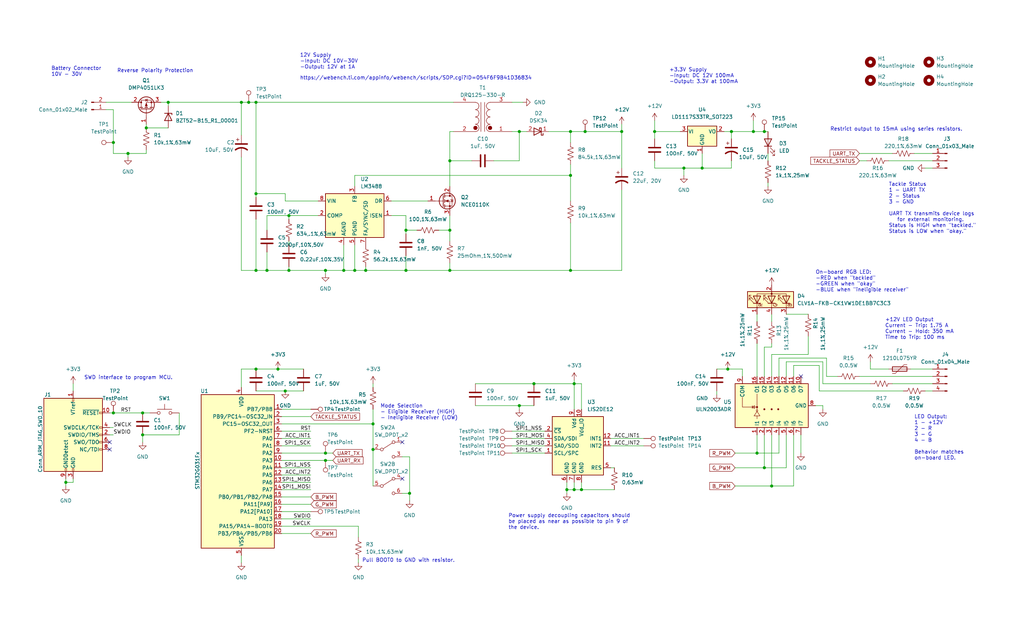
<source format=kicad_sch>
(kicad_sch (version 20211123) (generator eeschema)
  (paper "USLegal")
  (junction (at 39.37 49.53))
  (junction (at 49.53 143.51))
  (junction (at 199.39 170.18))
  (junction (at 252.73 128.27))
  (junction (at 119.38 93.98))
  (junction (at 243.84 58.42))
  (junction (at 196.85 170.18))
  (junction (at 49.53 151.13))
  (junction (at 201.93 170.18))
  (junction (at 142.24 171.45))
  (junction (at 127 93.98))
  (junction (at 88.9 128.27))
  (junction (at 180.34 140.97))
  (junction (at 261.62 45.72))
  (junction (at 215.9 45.72))
  (junction (at 199.39 133.35))
  (junction (at 88.9 93.98))
  (junction (at 227.33 45.72))
  (junction (at 39.37 143.51))
  (junction (at 262.89 157.48))
  (junction (at 22.86 167.64))
  (junction (at 198.12 93.98))
  (junction (at 265.43 162.56))
  (junction (at 254 45.72))
  (junction (at 96.52 128.27))
  (junction (at 88.9 67.31))
  (junction (at 44.45 53.34))
  (junction (at 129.54 147.32))
  (junction (at 123.19 93.98))
  (junction (at 83.82 35.56))
  (junction (at 237.49 58.42))
  (junction (at 86.36 35.56))
  (junction (at 113.03 157.48))
  (junction (at 140.97 93.98))
  (junction (at 180.34 45.72))
  (junction (at 140.97 80.01))
  (junction (at 198.12 60.96))
  (junction (at 88.9 35.56))
  (junction (at 198.12 45.72))
  (junction (at 92.71 93.98))
  (junction (at 113.03 93.98))
  (junction (at 185.42 133.35))
  (junction (at 58.42 35.56))
  (junction (at 99.06 135.89))
  (junction (at 267.97 168.91))
  (junction (at 203.2 45.72))
  (junction (at 156.21 93.98))
  (junction (at 129.54 156.21))
  (junction (at 156.21 55.88))
  (junction (at 100.33 93.98))
  (junction (at 265.43 45.72))
  (junction (at 100.33 74.93))
  (junction (at 156.21 80.01))
  (junction (at 50.8 44.45))
  (junction (at 113.03 160.02))
  (no_connect (at 278.13 130.81))
  (no_connect (at 38.1 156.21))
  (no_connect (at 38.1 153.67))
  (no_connect (at 139.7 153.67))
  (no_connect (at 139.7 166.37))
  (wire (pts (xy 119.38 93.98) (xy 119.38 85.09)))
  (wire (pts (xy 58.42 35.56) (xy 83.82 35.56)))
  (wire (pts (xy 22.86 167.64) (xy 22.86 168.91)))
  (wire (pts (xy 83.82 54.61) (xy 83.82 93.98)))
  (wire (pts (xy 248.92 135.89) (xy 248.92 137.16)))
  (wire (pts (xy 308.61 128.27) (xy 302.26 128.27)))
  (wire (pts (xy 39.37 143.51) (xy 49.53 143.51)))
  (wire (pts (xy 199.39 170.18) (xy 201.93 170.18)))
  (wire (pts (xy 185.42 133.35) (xy 199.39 133.35)))
  (wire (pts (xy 113.03 93.98) (xy 119.38 93.98)))
  (wire (pts (xy 270.51 124.46) (xy 287.02 124.46)))
  (wire (pts (xy 262.89 119.38) (xy 262.89 130.81)))
  (wire (pts (xy 270.51 157.48) (xy 270.51 151.13)))
  (wire (pts (xy 317.5 53.34) (xy 323.85 53.34)))
  (wire (pts (xy 152.4 80.01) (xy 156.21 80.01)))
  (wire (pts (xy 97.79 182.88) (xy 124.46 182.88)))
  (wire (pts (xy 140.97 93.98) (xy 127 93.98)))
  (wire (pts (xy 119.38 93.98) (xy 123.19 93.98)))
  (wire (pts (xy 180.34 140.97) (xy 185.42 140.97)))
  (wire (pts (xy 92.71 74.93) (xy 92.71 80.01)))
  (wire (pts (xy 100.33 92.71) (xy 100.33 93.98)))
  (wire (pts (xy 267.97 120.65) (xy 267.97 119.38)))
  (wire (pts (xy 124.46 182.88) (xy 124.46 186.69)))
  (wire (pts (xy 198.12 93.98) (xy 156.21 93.98)))
  (wire (pts (xy 323.85 58.42) (xy 321.31 58.42)))
  (wire (pts (xy 97.79 177.8) (xy 107.95 177.8)))
  (wire (pts (xy 323.85 130.81) (xy 298.45 130.81)))
  (wire (pts (xy 44.45 53.34) (xy 39.37 53.34)))
  (wire (pts (xy 110.49 74.93) (xy 100.33 74.93)))
  (wire (pts (xy 261.62 45.72) (xy 265.43 45.72)))
  (wire (pts (xy 265.43 45.72) (xy 266.7 45.72)))
  (wire (pts (xy 262.89 157.48) (xy 262.89 151.13)))
  (wire (pts (xy 83.82 193.04) (xy 83.82 195.58)))
  (wire (pts (xy 88.9 128.27) (xy 96.52 128.27)))
  (wire (pts (xy 88.9 35.56) (xy 88.9 67.31)))
  (wire (pts (xy 201.93 170.18) (xy 213.36 170.18)))
  (wire (pts (xy 227.33 45.72) (xy 227.33 41.91)))
  (wire (pts (xy 97.79 154.94) (xy 107.95 154.94)))
  (wire (pts (xy 140.97 93.98) (xy 156.21 93.98)))
  (wire (pts (xy 25.4 167.64) (xy 25.4 166.37)))
  (wire (pts (xy 97.79 157.48) (xy 113.03 157.48)))
  (wire (pts (xy 278.13 151.13) (xy 278.13 157.48)))
  (wire (pts (xy 198.12 45.72) (xy 198.12 49.53)))
  (wire (pts (xy 124.46 194.31) (xy 124.46 195.58)))
  (wire (pts (xy 129.54 133.35) (xy 129.54 134.62)))
  (wire (pts (xy 180.34 55.88) (xy 180.34 45.72)))
  (wire (pts (xy 285.75 140.97) (xy 285.75 142.24)))
  (wire (pts (xy 127 92.71) (xy 127 93.98)))
  (wire (pts (xy 273.05 109.22) (xy 280.67 109.22)))
  (wire (pts (xy 86.36 35.56) (xy 88.9 35.56)))
  (wire (pts (xy 215.9 66.04) (xy 215.9 93.98)))
  (wire (pts (xy 237.49 58.42) (xy 237.49 60.96)))
  (wire (pts (xy 135.89 74.93) (xy 140.97 74.93)))
  (wire (pts (xy 199.39 170.18) (xy 199.39 167.64)))
  (wire (pts (xy 254 48.26) (xy 254 45.72)))
  (wire (pts (xy 49.53 143.51) (xy 52.07 143.51)))
  (wire (pts (xy 201.93 170.18) (xy 201.93 167.64)))
  (wire (pts (xy 39.37 38.1) (xy 36.83 38.1)))
  (wire (pts (xy 36.83 35.56) (xy 45.72 35.56)))
  (wire (pts (xy 97.79 160.02) (xy 113.03 160.02)))
  (wire (pts (xy 180.34 45.72) (xy 182.88 45.72)))
  (wire (pts (xy 99.06 135.89) (xy 105.41 135.89)))
  (wire (pts (xy 49.53 151.13) (xy 49.53 153.67)))
  (wire (pts (xy 156.21 55.88) (xy 156.21 64.77)))
  (wire (pts (xy 156.21 80.01) (xy 156.21 83.82)))
  (wire (pts (xy 97.79 162.56) (xy 107.95 162.56)))
  (wire (pts (xy 113.03 160.02) (xy 115.57 160.02)))
  (wire (pts (xy 212.09 152.4) (xy 223.52 152.4)))
  (wire (pts (xy 83.82 35.56) (xy 86.36 35.56)))
  (wire (pts (xy 165.1 140.97) (xy 180.34 140.97)))
  (wire (pts (xy 22.86 166.37) (xy 22.86 167.64)))
  (wire (pts (xy 171.45 55.88) (xy 180.34 55.88)))
  (wire (pts (xy 88.9 67.31) (xy 88.9 68.58)))
  (wire (pts (xy 280.67 116.84) (xy 280.67 123.19)))
  (wire (pts (xy 38.1 148.59) (xy 39.37 148.59)))
  (wire (pts (xy 177.8 154.94) (xy 189.23 154.94)))
  (wire (pts (xy 262.89 157.48) (xy 270.51 157.48)))
  (wire (pts (xy 254 58.42) (xy 254 55.88)))
  (wire (pts (xy 127 93.98) (xy 123.19 93.98)))
  (wire (pts (xy 97.79 144.78) (xy 107.95 144.78)))
  (wire (pts (xy 255.27 168.91) (xy 267.97 168.91)))
  (wire (pts (xy 97.79 185.42) (xy 107.95 185.42)))
  (wire (pts (xy 100.33 83.82) (xy 100.33 85.09)))
  (wire (pts (xy 313.69 135.89) (xy 284.48 135.89)))
  (wire (pts (xy 265.43 120.65) (xy 267.97 120.65)))
  (wire (pts (xy 243.84 58.42) (xy 254 58.42)))
  (wire (pts (xy 227.33 45.72) (xy 227.33 48.26)))
  (wire (pts (xy 265.43 162.56) (xy 265.43 151.13)))
  (wire (pts (xy 38.1 143.51) (xy 39.37 143.51)))
  (wire (pts (xy 88.9 35.56) (xy 157.48 35.56)))
  (wire (pts (xy 323.85 133.35) (xy 309.88 133.35)))
  (wire (pts (xy 248.92 128.27) (xy 252.73 128.27)))
  (wire (pts (xy 196.85 170.18) (xy 196.85 171.45)))
  (wire (pts (xy 199.39 132.08) (xy 199.39 133.35)))
  (wire (pts (xy 196.85 167.64) (xy 196.85 170.18)))
  (wire (pts (xy 140.97 80.01) (xy 144.78 80.01)))
  (wire (pts (xy 302.26 133.35) (xy 285.75 133.35)))
  (wire (pts (xy 266.7 63.5) (xy 266.7 64.77)))
  (wire (pts (xy 203.2 45.72) (xy 215.9 45.72)))
  (wire (pts (xy 285.75 133.35) (xy 285.75 125.73)))
  (wire (pts (xy 39.37 53.34) (xy 39.37 49.53)))
  (wire (pts (xy 196.85 170.18) (xy 199.39 170.18)))
  (wire (pts (xy 180.34 140.97) (xy 180.34 142.24)))
  (wire (pts (xy 201.93 133.35) (xy 199.39 133.35)))
  (wire (pts (xy 38.1 151.13) (xy 39.37 151.13)))
  (wire (pts (xy 323.85 135.89) (xy 321.31 135.89)))
  (wire (pts (xy 267.97 168.91) (xy 267.97 151.13)))
  (wire (pts (xy 88.9 67.31) (xy 99.06 67.31)))
  (wire (pts (xy 177.8 152.4) (xy 189.23 152.4)))
  (wire (pts (xy 88.9 93.98) (xy 92.71 93.98)))
  (wire (pts (xy 265.43 120.65) (xy 265.43 130.81)))
  (wire (pts (xy 190.5 45.72) (xy 198.12 45.72)))
  (wire (pts (xy 227.33 58.42) (xy 227.33 55.88)))
  (wire (pts (xy 97.79 175.26) (xy 107.95 175.26)))
  (wire (pts (xy 298.45 53.34) (xy 309.88 53.34)))
  (wire (pts (xy 39.37 49.53) (xy 39.37 38.1)))
  (wire (pts (xy 284.48 127) (xy 275.59 127)))
  (wire (pts (xy 255.27 157.48) (xy 262.89 157.48)))
  (wire (pts (xy 97.79 180.34) (xy 107.95 180.34)))
  (wire (pts (xy 177.8 45.72) (xy 180.34 45.72)))
  (wire (pts (xy 97.79 165.1) (xy 107.95 165.1)))
  (wire (pts (xy 92.71 87.63) (xy 92.71 93.98)))
  (wire (pts (xy 97.79 172.72) (xy 107.95 172.72)))
  (wire (pts (xy 156.21 45.72) (xy 157.48 45.72)))
  (wire (pts (xy 265.43 162.56) (xy 273.05 162.56)))
  (wire (pts (xy 129.54 142.24) (xy 129.54 147.32)))
  (wire (pts (xy 88.9 128.27) (xy 83.82 128.27)))
  (wire (pts (xy 236.22 45.72) (xy 227.33 45.72)))
  (wire (pts (xy 287.02 130.81) (xy 290.83 130.81)))
  (wire (pts (xy 273.05 162.56) (xy 273.05 151.13)))
  (wire (pts (xy 177.8 157.48) (xy 189.23 157.48)))
  (wire (pts (xy 163.83 55.88) (xy 156.21 55.88)))
  (wire (pts (xy 113.03 93.98) (xy 113.03 95.25)))
  (wire (pts (xy 83.82 46.99) (xy 83.82 35.56)))
  (wire (pts (xy 88.9 76.2) (xy 88.9 93.98)))
  (wire (pts (xy 252.73 128.27) (xy 257.81 128.27)))
  (wire (pts (xy 139.7 171.45) (xy 142.24 171.45)))
  (wire (pts (xy 25.4 133.35) (xy 25.4 135.89)))
  (wire (pts (xy 83.82 128.27) (xy 83.82 134.62)))
  (wire (pts (xy 113.03 157.48) (xy 115.57 157.48)))
  (wire (pts (xy 123.19 60.96) (xy 123.19 64.77)))
  (wire (pts (xy 123.19 93.98) (xy 123.19 85.09)))
  (wire (pts (xy 62.23 143.51) (xy 62.23 151.13)))
  (wire (pts (xy 243.84 58.42) (xy 237.49 58.42)))
  (wire (pts (xy 198.12 60.96) (xy 123.19 60.96)))
  (wire (pts (xy 198.12 77.47) (xy 198.12 93.98)))
  (wire (pts (xy 156.21 55.88) (xy 156.21 45.72)))
  (wire (pts (xy 261.62 45.72) (xy 261.62 41.91)))
  (wire (pts (xy 50.8 53.34) (xy 44.45 53.34)))
  (wire (pts (xy 267.97 123.19) (xy 267.97 130.81)))
  (wire (pts (xy 140.97 80.01) (xy 140.97 81.28)))
  (wire (pts (xy 257.81 128.27) (xy 257.81 130.81)))
  (wire (pts (xy 140.97 74.93) (xy 140.97 80.01)))
  (wire (pts (xy 298.45 55.88) (xy 300.99 55.88)))
  (wire (pts (xy 267.97 123.19) (xy 280.67 123.19)))
  (wire (pts (xy 100.33 74.93) (xy 100.33 76.2)))
  (wire (pts (xy 177.8 35.56) (xy 181.61 35.56)))
  (wire (pts (xy 156.21 74.93) (xy 156.21 80.01)))
  (wire (pts (xy 266.7 53.34) (xy 266.7 55.88)))
  (wire (pts (xy 198.12 57.15) (xy 198.12 60.96)))
  (wire (pts (xy 55.88 35.56) (xy 58.42 35.56)))
  (wire (pts (xy 212.09 154.94) (xy 223.52 154.94)))
  (wire (pts (xy 88.9 135.89) (xy 99.06 135.89)))
  (wire (pts (xy 243.84 53.34) (xy 243.84 58.42)))
  (wire (pts (xy 99.06 69.85) (xy 110.49 69.85)))
  (wire (pts (xy 267.97 109.22) (xy 267.97 111.76)))
  (wire (pts (xy 96.52 128.27) (xy 105.41 128.27)))
  (wire (pts (xy 100.33 93.98) (xy 113.03 93.98)))
  (wire (pts (xy 97.79 152.4) (xy 107.95 152.4)))
  (wire (pts (xy 97.79 170.18) (xy 107.95 170.18)))
  (wire (pts (xy 97.79 167.64) (xy 107.95 167.64)))
  (wire (pts (xy 201.93 142.24) (xy 201.93 133.35)))
  (wire (pts (xy 142.24 158.75) (xy 142.24 171.45)))
  (wire (pts (xy 50.8 43.18) (xy 50.8 44.45)))
  (wire (pts (xy 99.06 67.31) (xy 99.06 69.85)))
  (wire (pts (xy 50.8 52.07) (xy 50.8 53.34)))
  (wire (pts (xy 92.71 93.98) (xy 100.33 93.98)))
  (wire (pts (xy 165.1 133.35) (xy 185.42 133.35)))
  (wire (pts (xy 135.89 69.85) (xy 148.59 69.85)))
  (wire (pts (xy 255.27 162.56) (xy 265.43 162.56)))
  (wire (pts (xy 199.39 133.35) (xy 199.39 142.24)))
  (wire (pts (xy 302.26 128.27) (xy 302.26 125.73)))
  (wire (pts (xy 129.54 156.21) (xy 129.54 168.91)))
  (wire (pts (xy 215.9 43.18) (xy 215.9 45.72)))
  (wire (pts (xy 140.97 88.9) (xy 140.97 93.98)))
  (wire (pts (xy 215.9 58.42) (xy 215.9 45.72)))
  (wire (pts (xy 62.23 151.13) (xy 49.53 151.13)))
  (wire (pts (xy 156.21 91.44) (xy 156.21 93.98)))
  (wire (pts (xy 22.86 167.64) (xy 25.4 167.64)))
  (wire (pts (xy 88.9 93.98) (xy 83.82 93.98)))
  (wire (pts (xy 254 45.72) (xy 261.62 45.72)))
  (wire (pts (xy 283.21 140.97) (xy 285.75 140.97)))
  (wire (pts (xy 58.42 35.56) (xy 58.42 36.83)))
  (wire (pts (xy 50.8 44.45) (xy 58.42 44.45)))
  (wire (pts (xy 97.79 147.32) (xy 129.54 147.32)))
  (wire (pts (xy 97.79 149.86) (xy 107.95 149.86)))
  (wire (pts (xy 215.9 93.98) (xy 198.12 93.98)))
  (wire (pts (xy 285.75 125.73) (xy 273.05 125.73)))
  (wire (pts (xy 100.33 74.93) (xy 92.71 74.93)))
  (wire (pts (xy 275.59 127) (xy 275.59 130.81)))
  (wire (pts (xy 270.51 124.46) (xy 270.51 130.81)))
  (wire (pts (xy 275.59 168.91) (xy 275.59 151.13)))
  (wire (pts (xy 198.12 60.96) (xy 198.12 69.85)))
  (wire (pts (xy 129.54 147.32) (xy 129.54 156.21)))
  (wire (pts (xy 139.7 158.75) (xy 142.24 158.75)))
  (wire (pts (xy 262.89 109.22) (xy 262.89 111.76)))
  (wire (pts (xy 316.23 128.27) (xy 323.85 128.27)))
  (wire (pts (xy 254 45.72) (xy 251.46 45.72)))
  (wire (pts (xy 287.02 124.46) (xy 287.02 130.81)))
  (wire (pts (xy 227.33 58.42) (xy 237.49 58.42)))
  (wire (pts (xy 44.45 53.34) (xy 44.45 54.61)))
  (wire (pts (xy 203.2 45.72) (xy 198.12 45.72)))
  (wire (pts (xy 267.97 168.91) (xy 275.59 168.91)))
  (wire (pts (xy 97.79 142.24) (xy 107.95 142.24)))
  (wire (pts (xy 212.09 162.56) (xy 213.36 162.56)))
  (wire (pts (xy 308.61 55.88) (xy 323.85 55.88)))
  (wire (pts (xy 177.8 149.86) (xy 189.23 149.86)))
  (wire (pts (xy 273.05 125.73) (xy 273.05 130.81)))
  (wire (pts (xy 284.48 135.89) (xy 284.48 127)))
  (wire (pts (xy 142.24 171.45) (xy 142.24 173.99)))
  (text "Mode Selection\n- Eligible Receiver (HIGH)\n- Ineligible Receiver (LOW)" (at 132.08 146.05 0) (effects (font (size 1.27 1.27)) (justify left bottom)))
  (text "12V Supply\n-Input: DC 10V-30V\n-Output: 12V at 1A" (at 104.14 24.13 0) (effects (font (size 1.27 1.27)) (justify left bottom)))
  (text "+12V LED Output\nCurrent - Trip: 1.75 A\nCurrent - Hold: 350 mA\nTime to Trip: 100 ms" (at 307.34 118.11 0) (effects (font (size 1.27 1.27)) (justify left bottom)))
  (text "On-board RGB LED:\n-RED when \"tackled\"\n-GREEN when \"okay\"\n-BLUE when \"ineligible receiver\"" (at 283.21 101.6 0) (effects (font (size 1.27 1.27)) (justify left bottom)))
  (text "+3.3V Supply\n-Input: DC 12V 100mA\n-Output: 3.3V at 100mA" (at 232.41 29.21 0) (effects (font (size 1.27 1.27)) (justify left bottom)))
  (text "Tackle Status\n1 - UART TX\n2 - Status\n3 - GND\n\nUART TX transmits device logs \n   for external monitoring.\nStatus is HIGH when \"tackled.\"\nStatus is LOW when \"okay.\"" (at 308.61 81.28 0) (effects (font (size 1.27 1.27)) (justify left bottom)))
  (text "LED Output:\n1 - +12V\n2 - R\n3 - G\n4 - B\n\nBehavior matches \non-board LED." (at 317.5 160.02 0) (effects (font (size 1.27 1.27)) (justify left bottom)))
  (text "Pull BOOT0 to GND with resistor." (at 125.73 195.58 0) (effects (font (size 1.27 1.27)) (justify left bottom)))
  (text "Battery Connector\n10V - 30V" (at 17.78 26.67 0) (effects (font (size 1.27 1.27)) (justify left bottom)))
  (text "SWD interface to program MCU." (at 29.21 132.08 0) (effects (font (size 1.27 1.27)) (justify left bottom)))
  (text "Restrict output to 15mA using series resistors." (at 288.29 45.72 0) (effects (font (size 1.27 1.27)) (justify left bottom)))
  (text "Reverse Polarity Protection" (at 40.64 25.4 0) (effects (font (size 1.27 1.27)) (justify left bottom)))
  (text "https://webench.ti.com/appinfo/webench/scripts/SDP.cgi?ID=054F6F9B41D36834" (at 104.14 27.94 0) (effects (font (size 1.27 1.27)) (justify left bottom)))
  (text "Power supply decoupling capacitors should\nbe placed as near as possible to pin 9 of\nthe device." (at 176.53 184.15 0) (effects (font (size 1.27 1.27)) (justify left bottom)))
  (label "SPI1_SCK" (at 179.07 157.48 0))
  (label "SPI1_SCK" (at 107.95 154.94 180))
  (label "SWDIO" (at 107.95 180.34 180))
  (label "SWCLK" (at 107.95 182.88 180))
  (label "ACC_INT2" (at 107.95 165.1 180))
  (label "SWDIO" (at 39.37 151.13 0))
  (label "ACC_INT2" (at 222.25 154.94 180))
  (label "SPI1_MOSI" (at 107.95 170.18 180))
  (label "ACC_INT1" (at 107.95 152.4 180))
  (label "SPI1_NSS" (at 107.95 162.56 180))
  (label "RST" (at 41.91 143.51 0))
  (label "SPI1_MOSI" (at 179.07 152.4 0))
  (label "SPI1_MISO" (at 107.95 167.64 180))
  (label "ACC_INT1" (at 222.25 152.4 180))
  (label "SPI1_MISO" (at 179.07 154.94 0))
  (label "RST" (at 107.95 149.86 180))
  (label "SPI1_NSS" (at 179.07 149.86 0))
  (label "SWCLK" (at 39.37 148.59 0))
  (global_label "TACKLE_STATUS" (shape input) (at 107.95 144.78 0) (property "Intersheet References" "${INTERSHEET_REFS}" (effects hide)))
  (global_label "G_PWM" (shape input) (at 255.27 162.56 180) (property "Intersheet References" "${INTERSHEET_REFS}" (effects hide)))
  (global_label "UART_RX" (shape input) (at 115.57 160.02 0) (property "Intersheet References" "${INTERSHEET_REFS}" (effects hide)))
  (global_label "B_PWM" (shape input) (at 255.27 168.91 180) (property "Intersheet References" "${INTERSHEET_REFS}" (effects hide)))
  (global_label "B_PWM" (shape input) (at 107.95 172.72 0) (property "Intersheet References" "${INTERSHEET_REFS}" (effects hide)))
  (global_label "TACKLE_STATUS" (shape input) (at 298.45 55.88 180) (property "Intersheet References" "${INTERSHEET_REFS}" (effects hide)))
  (global_label "R_PWM" (shape input) (at 255.27 157.48 180) (property "Intersheet References" "${INTERSHEET_REFS}" (effects hide)))
  (global_label "R_PWM" (shape input) (at 107.95 185.42 0) (property "Intersheet References" "${INTERSHEET_REFS}" (effects hide)))
  (global_label "G_PWM" (shape input) (at 107.95 175.26 0) (property "Intersheet References" "${INTERSHEET_REFS}" (effects hide)))
  (global_label "UART_TX" (shape input) (at 298.45 53.34 180) (property "Intersheet References" "${INTERSHEET_REFS}" (effects hide)))
  (global_label "UART_TX" (shape input) (at 115.57 157.48 0) (property "Intersheet References" "${INTERSHEET_REFS}" (effects hide)))
  (symbol (lib_id "Device:C") (at 88.9 72.39 0) (unit 1)
    (property "Reference" "C3" (at 92.71 71.1199 0) (effects (justify left)))
    (property "Value" "100nF, 50V" (at 92.71 73.6599 0) (effects (justify left)))
    (property "Footprint" "Capacitor_SMD:C_0805_2012Metric" (effects hide))
    (property "Datasheet" "https://www.yageo.com/upload/media/product/productsearch/datasheet/mlcc/UPY-GPHC_X7R_6.3V-to-50V_20.pdf" (effects hide))
    (property "MPN" "CC0805KRX7R9BB104" (effects hide))
    (property "JLCPN" "C49678" (effects hide))
  )
  (symbol (lib_id "rfc_symbol_lib:LM3488") (at 123.19 74.93 0) (unit 1)
    (property "Reference" "U2" (at 125.2094 62.23 0) (effects (justify left)))
    (property "Value" "LM3488" (at 125.2094 64.77 0) (effects (justify left)))
    (property "Footprint" "Package_SO:VSSOP-8_3.0x3.0mm_P0.65mm" (effects hide))
    (property "Datasheet" "https://www.ti.com/lit/ds/symlink/lm3488.pdf?ts=1649538852299" (effects hide))
    (property "MPN" "LM3488MM/NOPB" (effects hide))
    (property "JLCPN" "C80773" (effects hide))
  )
  (symbol (lib_id "Device:R_US") (at 156.21 87.63 0) (unit 1)
    (property "Reference" "R7" (at 158.75 86.3599 0) (effects (justify left)))
    (property "Value" "25mOhm,1%,500mW" (at 158.75 88.8999 0) (effects (justify left)))
    (property "Footprint" "Resistor_SMD:R_1206_3216Metric" (effects hide))
    (property "Datasheet" "https://datasheet.lcsc.com/lcsc/1810092051_TA-I-Tech-RL12FTNR200_C160920.pdf" (effects hide))
    (property "MPN" "RL12FTNR200" (effects hide))
    (property "JLCPN" "C160920" (effects hide))
  )
  (symbol (lib_id "Device:R_US") (at 294.64 130.81 270) (unit 1)
    (property "Reference" "R15" (at 294.64 124.46 90))
    (property "Value" "0,0.5W" (at 294.64 127 90))
    (property "Footprint" "Resistor_SMD:R_1210_3225Metric" (effects hide))
    (property "Datasheet" "https://datasheet.lcsc.com/lcsc/2205311816_UNI-ROYAL-Uniroyal-Elec-1210W2F1000T5E_C620661.pdf" (effects hide))
    (property "MPN" "1210W2F1000T5E" (effects hide))
    (property "JLCPN" " C620661" (effects hide))
  )
  (symbol (lib_id "Connector:TestPoint") (at 223.52 152.4 270) (unit 1)
    (property "Reference" "TP13" (at 238.76 152.4 90) (effects (justify left)))
    (property "Value" "TestPoint" (at 228.6 152.4 90) (effects (justify left)))
    (property "Footprint" "TestPoint:TestPoint_Pad_D1.0mm" (effects hide))
  )
  (symbol (lib_id "Connector:Conn_01x03_Male") (at 328.93 55.88 0) (mirror y) (unit 1)
    (property "Reference" "J3" (at 327.66 48.26 0) (effects (justify right)))
    (property "Value" "Conn_01x03_Male" (at 321.31 50.8 0) (effects (justify right)))
    (property "Footprint" "Connector_JST:JST_XH_B3B-XH-A_1x03_P2.50mm_Vertical" (effects hide))
    (property "MPN" "B3B-XH-A(LF)(SN)" (effects hide))
    (property "JLCPN" "C144394" (effects hide))
  )
  (symbol (lib_id "power:GND") (at 49.53 153.67 0) (unit 1)
    (property "Reference" "#PWR04" (effects hide))
    (property "Value" "GND" (at 49.53 158.75 0))
  )
  (symbol (lib_id "power:GND") (at 22.86 168.91 0) (unit 1)
    (property "Reference" "#PWR01" (effects hide))
    (property "Value" "GND" (at 22.86 173.99 0))
  )
  (symbol (lib_id "Connector:TestPoint") (at 265.43 45.72 0) (unit 1)
    (property "Reference" "TP15" (at 267.97 41.1479 0) (effects (justify left)))
    (property "Value" "TestPoint" (at 267.97 43.6879 0) (effects (justify left)))
    (property "Footprint" "TestPoint:TestPoint_Pad_D1.5mm" (effects hide))
  )
  (symbol (lib_id "Device:R_US") (at 50.8 48.26 0) (unit 1)
    (property "Reference" "R1" (at 53.34 46.9899 0) (effects (justify left)))
    (property "Value" "10k,1%,63mW" (at 53.34 49.5299 0) (effects (justify left)))
    (property "Footprint" "Resistor_SMD:R_0402_1005Metric" (effects hide))
    (property "Datasheet" "https://datasheet.lcsc.com/lcsc/2206010100_UNI-ROYAL-Uniroyal-Elec-0402WGF1002TCE_C25744.pdf" (effects hide))
    (property "JLCPN" " C25744" (effects hide))
    (property "MPN" "0402WGF1002TCE" (effects hide))
  )
  (symbol (lib_id "Device:C") (at 140.97 85.09 0) (unit 1)
    (property "Reference" "C8" (at 144.78 83.8199 0) (effects (justify left)))
    (property "Value" "1nF, 50V" (at 144.78 86.3599 0) (effects (justify left)))
    (property "Footprint" "Capacitor_SMD:C_0402_1005Metric" (effects hide))
    (property "Datasheet" "https://datasheet.lcsc.com/lcsc/1809291524_FH-Guangdong-Fenghua-Advanced-Tech-0402B102K500NT_C1523.pdf" (effects hide))
    (property "MPN" "0402B102K500NT" (effects hide))
    (property "JLCPN" " C1523" (effects hide))
  )
  (symbol (lib_id "Connector:TestPoint") (at 177.8 154.94 90) (unit 1)
    (property "Reference" "TP10" (at 171.45 154.94 90))
    (property "Value" "TestPoint" (at 163.83 154.94 90))
    (property "Footprint" "TestPoint:TestPoint_Pad_D1.0mm" (effects hide))
  )
  (symbol (lib_id "power:GND") (at 285.75 142.24 0) (unit 1)
    (property "Reference" "#PWR025" (effects hide))
    (property "Value" "GND" (at 285.75 147.32 0))
  )
  (symbol (lib_id "Sensor_Motion:LIS2DE12") (at 199.39 154.94 0) (unit 1)
    (property "Reference" "U3" (at 203.9494 139.7 0) (effects (justify left)))
    (property "Value" "LIS2DE12" (at 203.9494 142.24 0) (effects (justify left)))
    (property "Footprint" "Package_LGA:LGA-12_2x2mm_P0.5mm" (effects hide))
    (property "Datasheet" "https://www.st.com/resource/en/datasheet/lis2DE12.pdf" (effects hide))
    (property "MPN" "LIS2DE12TR" (effects hide))
    (property "JLCPN" "C155639" (effects hide))
  )
  (symbol (lib_id "Device:R_US") (at 129.54 138.43 0) (unit 1)
    (property "Reference" "R5" (at 124.46 137.16 0) (effects (justify left)))
    (property "Value" "10k,1%,63mW" (at 114.3 139.7 0) (effects (justify left)))
    (property "Footprint" "Resistor_SMD:R_0402_1005Metric" (effects hide))
    (property "Datasheet" "https://datasheet.lcsc.com/lcsc/2206010100_UNI-ROYAL-Uniroyal-Elec-0402WGF1002TCE_C25744.pdf" (effects hide))
    (property "JLCPN" " C25744" (effects hide))
    (property "MPN" "0402WGF1002TCE" (effects hide))
  )
  (symbol (lib_id "power:+12V") (at 252.73 128.27 0) (unit 1)
    (property "Reference" "#PWR020" (effects hide))
    (property "Value" "+12V" (at 252.73 123.19 0))
  )
  (symbol (lib_id "Device:R_US") (at 198.12 73.66 0) (unit 1)
    (property "Reference" "R9" (at 200.66 72.3899 0) (effects (justify left)))
    (property "Value" "10k,1%,63mW" (at 200.66 74.9299 0) (effects (justify left)))
    (property "Footprint" "Resistor_SMD:R_0402_1005Metric" (effects hide))
    (property "Datasheet" "https://datasheet.lcsc.com/lcsc/2206010100_UNI-ROYAL-Uniroyal-Elec-0402WGF1002TCE_C25744.pdf" (effects hide))
    (property "JLCPN" " C25744" (effects hide))
    (property "MPN" "0402WGF1002TCE" (effects hide))
  )
  (symbol (lib_id "power:+12V") (at 215.9 43.18 0) (unit 1)
    (property "Reference" "#PWR016" (effects hide))
    (property "Value" "+12V" (at 215.9 38.1 0))
  )
  (symbol (lib_id "Device:LED") (at 266.7 49.53 90) (unit 1)
    (property "Reference" "D3" (at 270.51 49.8474 90) (effects (justify right)))
    (property "Value" "LED" (at 270.51 52.3874 90) (effects (justify right)))
    (property "Footprint" "LED_SMD:LED_0603_1608Metric" (effects hide))
    (property "Datasheet" "https://datasheet.lcsc.com/lcsc/1810101813_Everlight-Elec-19-213-Y2C-CQ2R2L-3T-CY_C72038.pdf" (effects hide))
    (property "MPN" "19-213/Y2C-CQ2R2L/3T(CY)" (effects hide))
    (property "JLCPN" "C72038" (effects hide))
  )
  (symbol (lib_id "Connector:TestPoint") (at 107.95 177.8 270) (unit 1)
    (property "Reference" "TP5" (at 114.3 177.8 90))
    (property "Value" "TestPoint" (at 120.65 177.8 90))
    (property "Footprint" "TestPoint:TestPoint_Pad_D1.0mm" (effects hide))
  )
  (symbol (lib_id "rfc_symbol_lib:CLV1A-FKB-CK1VW1DE1BB7C3C3") (at 267.97 104.14 90) (unit 1)
    (property "Reference" "D4" (at 276.86 102.8699 90) (effects (justify right)))
    (property "Value" "CLV1A-FKB-CK1VW1DE1BB7C3C3" (at 276.86 105.4099 90) (effects (justify right)))
    (property "Footprint" "LED_SMD:LED_Cree-PLCC4_3.2x2.8mm_CCW" (effects hide))
    (property "Datasheet" "https://cree-led.com/media/documents/ds-CLV1A-FKB.pdf" (effects hide))
  )
  (symbol (lib_id "rfc_symbol_lib:DMP4051LK3") (at 50.8 38.1 90) (unit 1)
    (property "Reference" "Q1" (at 50.8 27.94 90))
    (property "Value" "DMP4051LK3" (at 50.8 30.48 90))
    (property "Footprint" "Package_TO_SOT_SMD:TO-252-2" (effects hide))
    (property "Datasheet" "https://www.diodes.com/assets/Datasheets/DMP4051LK3.pdf" (effects hide))
    (property "MPN" "DMP4051LK3-13" (effects hide))
    (property "JLCPN" "C397952" (effects hide))
  )
  (symbol (lib_id "Device:R_US") (at 127 88.9 0) (unit 1)
    (property "Reference" "R4" (at 129.54 87.6299 0) (effects (justify left)))
    (property "Value" "56.2k,1%,63mW" (at 129.54 90.1699 0) (effects (justify left)))
    (property "Footprint" "Resistor_SMD:R_0402_1005Metric" (effects hide))
    (property "Datasheet" "https://datasheet.lcsc.com/lcsc/2205312345_UNI-ROYAL-Uniroyal-Elec-0402WGF5622TCE_C54968.pdf" (effects hide))
    (property "MPN" " 0402WGF5622TCE" (effects hide))
    (property "JLCPN" "C54968" (effects hide))
  )
  (symbol (lib_id "Connector:TestPoint") (at 107.95 142.24 270) (unit 1)
    (property "Reference" "TP4" (at 114.3 142.24 90))
    (property "Value" "TestPoint" (at 120.65 142.24 90))
    (property "Footprint" "TestPoint:TestPoint_Pad_D1.0mm" (effects hide))
  )
  (symbol (lib_id "power:GND") (at 83.82 195.58 0) (unit 1)
    (property "Reference" "#PWR05" (effects hide))
    (property "Value" "GND" (at 83.82 200.66 0))
  )
  (symbol (lib_id "Mechanical:MountingHole") (at 302.26 27.94 0) (unit 1)
    (property "Reference" "H2" (at 304.8 26.6699 0) (effects (justify left)))
    (property "Value" "MountingHole" (at 304.8 29.2099 0) (effects (justify left)))
    (property "Footprint" "MountingHole:MountingHole_3.2mm_M3" (effects hide))
  )
  (symbol (lib_id "Device:C") (at 100.33 88.9 0) (unit 1)
    (property "Reference" "C6" (at 104.14 87.6299 0) (effects (justify left)))
    (property "Value" "0.22uF,10%,35V" (at 104.14 90.1699 0) (effects (justify left)))
    (property "Footprint" "Capacitor_SMD:C_0402_1005Metric" (effects hide))
    (property "Datasheet" "https://datasheet.lcsc.com/lcsc/2010171735_TDK-CGA2B1X7R1V224KT000F_C694490.pdf" (effects hide))
    (property "MPN" "CGA2B1X7R1V224KT000F" (effects hide))
    (property "JLCPN" "C694490" (effects hide))
  )
  (symbol (lib_id "power:GND") (at 266.7 64.77 0) (unit 1)
    (property "Reference" "#PWR022" (effects hide))
    (property "Value" "GND" (at 266.7 69.85 0))
  )
  (symbol (lib_id "rfc_symbol_lib:CSD19538Q3A") (at 153.67 69.85 0) (unit 1)
    (property "Reference" "Q2" (at 160.02 68.5799 0) (effects (justify left)))
    (property "Value" "NCE0110K" (at 160.02 71.1199 0) (effects (justify left)))
    (property "Footprint" "Package_TO_SOT_SMD:TO-252-2" (effects hide))
    (property "Datasheet" "https://datasheet.lcsc.com/lcsc/1810251611_Wuxi-NCE-Power-Semiconductor-NCE0110K_C95272.pdf" (effects hide))
    (property "JLCPN" "C95272" (effects hide))
    (property "MPN" "NCE0110K" (effects hide))
  )
  (symbol (lib_id "Device:R_US") (at 198.12 53.34 0) (unit 1)
    (property "Reference" "R8" (at 200.66 52.0699 0) (effects (justify left)))
    (property "Value" "84.5k,1%,63mW" (at 200.66 54.6099 0) (effects (justify left)))
    (property "Footprint" "Resistor_SMD:R_0402_1005Metric" (effects hide))
    (property "Datasheet" "https://datasheet.lcsc.com/lcsc/1811131732_LIZ-Elec-CR0402FF8452G_C100545.pdf" (effects hide))
    (property "MPN" "CR0402FF8452G" (effects hide))
    (property "JLCPN" "C100545" (effects hide))
  )
  (symbol (lib_id "Device:C") (at 167.64 55.88 270) (unit 1)
    (property "Reference" "C10" (at 167.64 48.26 90))
    (property "Value" "1uF, 50V" (at 167.64 50.8 90))
    (property "Footprint" "Capacitor_SMD:C_0603_1608Metric" (effects hide))
    (property "Datasheet" "https://datasheet.lcsc.com/lcsc/1811111513_FH-Guangdong-Fenghua-Advanced-Tech-0603B105K500NT_C90540.pdf" (effects hide))
    (property "MPN" " 0603B105K500NT" (effects hide))
    (property "JLCPN" "C90540" (effects hide))
  )
  (symbol (lib_id "Device:C") (at 49.53 147.32 0) (unit 1)
    (property "Reference" "C1" (at 53.34 146.0499 0) (effects (justify left)))
    (property "Value" "100nF, 50V" (at 53.34 148.5899 0) (effects (justify left)))
    (property "Footprint" "Capacitor_SMD:C_0805_2012Metric" (effects hide))
    (property "Datasheet" "https://www.yageo.com/upload/media/product/productsearch/datasheet/mlcc/UPY-GPHC_X7R_6.3V-to-50V_20.pdf" (effects hide))
    (property "MPN" "CC0805KRX7R9BB104" (effects hide))
    (property "JLCPN" "C49678" (effects hide))
  )
  (symbol (lib_id "Connector:TestPoint") (at 177.8 152.4 90) (unit 1)
    (property "Reference" "TP9" (at 171.45 152.4 90))
    (property "Value" "TestPoint" (at 163.83 152.4 90))
    (property "Footprint" "TestPoint:TestPoint_Pad_D1.0mm" (effects hide))
  )
  (symbol (lib_id "Connector:TestPoint") (at 39.37 49.53 90) (unit 1)
    (property "Reference" "TP1" (at 36.068 43.18 90))
    (property "Value" "TestPoint" (at 36.068 45.72 90))
    (property "Footprint" "TestPoint:TestPoint_Pad_D1.5mm" (effects hide))
  )
  (symbol (lib_id "power:+3.3V") (at 261.62 41.91 0) (unit 1)
    (property "Reference" "#PWR021" (effects hide))
    (property "Value" "+3.3V" (at 261.62 36.83 0))
  )
  (symbol (lib_id "power:GND") (at 113.03 95.25 0) (unit 1)
    (property "Reference" "#PWR08" (effects hide))
    (property "Value" "GND" (at 113.03 100.33 0))
  )
  (symbol (lib_id "power:GND") (at 180.34 142.24 0) (unit 1)
    (property "Reference" "#PWR012" (effects hide))
    (property "Value" "GND" (at 180.34 147.32 0))
  )
  (symbol (lib_id "Device:C") (at 88.9 132.08 0) (unit 1)
    (property "Reference" "C4" (at 92.71 130.8099 0) (effects (justify left)))
    (property "Value" "100nF, 50V" (at 92.71 133.3499 0) (effects (justify left)))
    (property "Footprint" "Capacitor_SMD:C_0805_2012Metric" (effects hide))
    (property "Datasheet" "https://www.yageo.com/upload/media/product/productsearch/datasheet/mlcc/UPY-GPHC_X7R_6.3V-to-50V_20.pdf" (effects hide))
    (property "MPN" "CC0805KRX7R9BB104" (effects hide))
    (property "JLCPN" "C49678" (effects hide))
  )
  (symbol (lib_id "Switch:SW_DPDT_x2") (at 134.62 168.91 0) (unit 2)
    (property "Reference" "SW2" (at 134.62 161.29 0))
    (property "Value" "SW_DPDT_x2" (at 135.89 163.83 0))
    (property "Footprint" "rfc_footprint_lib:SS-3235S-L3" (effects hide))
    (property "Datasheet" "https://datasheet.lcsc.com/lcsc/2002271744_XKB-Connectivity-SS-3235S-L3_C381098.pdf" (effects hide))
  )
  (symbol (lib_id "Device:R_US") (at 280.67 113.03 0) (unit 1)
    (property "Reference" "R14" (at 283.21 114.3 90) (effects (justify left)))
    (property "Value" "1k,1%,25mW" (at 285.75 121.92 90) (effects (justify left)))
    (property "Footprint" "Resistor_SMD:R_0603_1608Metric" (effects hide))
    (property "Datasheet" "https://datasheet.lcsc.com/lcsc/2206010130_UNI-ROYAL-Uniroyal-Elec-0603WAF1001T5E_C21190.pdf" (effects hide))
    (property "MPN" "0603WAF1001T5E" (effects hide))
    (property "JLCPN" " C21190" (effects hide))
  )
  (symbol (lib_id "power:GND") (at 196.85 171.45 0) (unit 1)
    (property "Reference" "#PWR014" (effects hide))
    (property "Value" "GND" (at 196.85 176.53 0))
  )
  (symbol (lib_id "Device:C_Polarized_US") (at 215.9 62.23 0) (unit 1)
    (property "Reference" "C12" (at 219.71 60.3249 0) (effects (justify left)))
    (property "Value" "22uF, 20V" (at 219.71 62.8649 0) (effects (justify left)))
    (property "Footprint" "Capacitor_SMD:CP_Elec_6.3x5.9" (effects hide))
    (property "Datasheet" "https://industrial.panasonic.com/ww/products/pt/os-con/models/20SVP22M" (effects hide))
    (property "MPN" "20SVP22M" (effects hide))
    (property "JLCPN" " C215761" (effects hide))
  )
  (symbol (lib_id "power:GND") (at 142.24 173.99 0) (unit 1)
    (property "Reference" "#PWR011" (effects hide))
    (property "Value" "GND" (at 142.24 179.07 0))
  )
  (symbol (lib_id "Connector:Conn_01x02_Male") (at 31.75 38.1 0) (mirror x) (unit 1)
    (property "Reference" "J2" (at 30.48 35.5599 0) (effects (justify right)))
    (property "Value" "Conn_01x02_Male" (at 30.48 38.0999 0) (effects (justify right)))
    (property "Footprint" "Connector_JST:JST_XH_B2B-XH-A_1x02_P2.50mm_Vertical" (effects hide))
    (property "MPN" "B2B-XH-A(LF)(SN)" (effects hide))
    (property "JLCPN" "C158012" (effects hide))
  )
  (symbol (lib_id "Device:R_US") (at 148.59 80.01 90) (unit 1)
    (property "Reference" "R6" (at 148.59 73.66 90))
    (property "Value" "100,1%,63mW" (at 148.59 76.2 90))
    (property "Footprint" "Resistor_SMD:R_0402_1005Metric" (effects hide))
    (property "Datasheet" "https://datasheet.lcsc.com/lcsc/2205311900_UNI-ROYAL-Uniroyal-Elec-0402WGF1000TCE_C25076.pdf" (effects hide))
    (property "MPN" "0402WGF1000TCE" (effects hide))
    (property "JLCPN" "C25076" (effects hide))
  )
  (symbol (lib_id "Device:R_US") (at 100.33 80.01 0) (unit 1)
    (property "Reference" "R2" (at 102.87 78.7399 0) (effects (justify left)))
    (property "Value" "634,.1%,63mW" (at 102.87 81.2799 0) (effects (justify left)))
    (property "Footprint" "Resistor_SMD:R_0402_1005Metric" (effects hide))
    (property "Datasheet" "https://datasheet.lcsc.com/lcsc/2204201445_FOJAN-FRC0402F6340TS_C2998183.pdf" (effects hide))
    (property "MPN" "FRC0402F6340TS" (effects hide))
    (property "JLCPN" "C2998183" (effects hide))
  )
  (symbol (lib_id "Connector:TestPoint") (at 113.03 157.48 0) (unit 1)
    (property "Reference" "TP6" (at 115.57 151.13 0))
    (property "Value" "TestPoint" (at 118.11 153.67 0))
    (property "Footprint" "TestPoint:TestPoint_Pad_D1.0mm" (effects hide))
  )
  (symbol (lib_id "rfc_symbol_lib:STM32G031Fx") (at 83.82 163.83 0) (mirror y) (unit 1)
    (property "Reference" "U1" (at 72.39 135.89 0) (effects (justify left)))
    (property "Value" "STM32G031Fx" (at 68.58 170.18 90) (effects (justify left)))
    (property "Footprint" "Package_SO:TSSOP-20_4.4x6.5mm_P0.65mm" (effects hide))
    (property "Datasheet" "https://www.st.com/resource/en/datasheet/stm32g031c6.pdf" (effects hide))
    (property "JLCPN" "C529334" (effects hide))
    (property "MPN" "STM32G031F8P6" (effects hide))
  )
  (symbol (lib_id "power:GND") (at 99.06 135.89 0) (unit 1)
    (property "Reference" "#PWR07" (effects hide))
    (property "Value" "GND" (at 99.06 140.97 0))
  )
  (symbol (lib_id "power:+3.3V") (at 129.54 133.35 0) (unit 1)
    (property "Reference" "#PWR010" (effects hide))
    (property "Value" "+3.3V" (at 129.54 128.27 0))
  )
  (symbol (lib_id "Connector:Conn_01x04_Male") (at 328.93 130.81 0) (mirror y) (unit 1)
    (property "Reference" "J4" (at 328.295 123.19 0))
    (property "Value" "Conn_01x04_Male" (at 328.295 125.73 0))
    (property "Footprint" "Connector_JST:JST_XH_B4B-XH-A_1x04_P2.50mm_Vertical" (effects hide))
    (property "MPN" "B4B-XH-A(LF)(SN)" (effects hide))
    (property "JLCPN" "C144395" (effects hide))
  )
  (symbol (lib_id "Device:C") (at 92.71 83.82 0) (unit 1)
    (property "Reference" "C5" (at 96.52 82.5499 0) (effects (justify left)))
    (property "Value" "2200pF,10%,50V" (at 96.52 85.0899 0) (effects (justify left)))
    (property "Footprint" "Capacitor_SMD:C_0402_1005Metric" (effects hide))
    (property "Datasheet" "https://www.passivecomponent.com/wp-content/uploads/datasheet/WTC_MLCC_General_Purpose.pdf" (effects hide))
    (property "MPN" "0402B222K500CT" (effects hide))
    (property "JLCPN" "C338130" (effects hide))
  )
  (symbol (lib_id "Transistor_Array:ULN2003A") (at 267.97 140.97 90) (unit 1)
    (property "Reference" "U5" (at 254 139.6999 90) (effects (justify left)))
    (property "Value" "ULN2003ADR" (at 254 142.2399 90) (effects (justify left)))
    (property "Footprint" "Package_SO:SOIC-16_3.9x9.9mm_P1.27mm" (effects hide))
    (property "Datasheet" "http://www.ti.com/lit/ds/symlink/uln2003a.pdf" (effects hide))
    (property "MPN" "ULN2003ADR" (effects hide))
    (property "JLCPN" " C7512" (effects hide))
  )
  (symbol (lib_id "Device:R_US") (at 317.5 135.89 270) (unit 1)
    (property "Reference" "R19" (at 317.5 138.43 90))
    (property "Value" "0,0.5W" (at 317.5 140.97 90))
    (property "Footprint" "Resistor_SMD:R_1210_3225Metric" (effects hide))
    (property "Datasheet" "https://datasheet.lcsc.com/lcsc/2205311816_UNI-ROYAL-Uniroyal-Elec-1210W2F1000T5E_C620661.pdf" (effects hide))
    (property "MPN" "1210W2F1000T5E" (effects hide))
    (property "JLCPN" " C620661" (effects hide))
  )
  (symbol (lib_id "Device:R_US") (at 124.46 190.5 180) (unit 1)
    (property "Reference" "R3" (at 127 189.2299 0) (effects (justify right)))
    (property "Value" "10k,1%,63mW" (at 127 191.7699 0) (effects (justify right)))
    (property "Footprint" "Resistor_SMD:R_0402_1005Metric" (effects hide))
    (property "Datasheet" "https://datasheet.lcsc.com/lcsc/2206010100_UNI-ROYAL-Uniroyal-Elec-0402WGF1002TCE_C25744.pdf" (effects hide))
    (property "JLCPN" " C25744" (effects hide))
    (property "MPN" "0402WGF1002TCE" (effects hide))
  )
  (symbol (lib_id "Device:C") (at 165.1 137.16 0) (unit 1)
    (property "Reference" "C9" (at 168.91 135.8899 0) (effects (justify left)))
    (property "Value" "100nF, 50V" (at 168.91 138.4299 0) (effects (justify left)))
    (property "Footprint" "Capacitor_SMD:C_0805_2012Metric" (effects hide))
    (property "Datasheet" "https://www.yageo.com/upload/media/product/productsearch/datasheet/mlcc/UPY-GPHC_X7R_6.3V-to-50V_20.pdf" (effects hide))
    (property "MPN" "CC0805KRX7R9BB104" (effects hide))
    (property "JLCPN" "C49678" (effects hide))
  )
  (symbol (lib_id "rfc_symbol_lib:DRQ125-330-R") (at 167.64 40.64 180) (unit 1)
    (property "Reference" "T1" (at 167.64 30.48 0))
    (property "Value" "DRQ125-330-R" (at 167.64 33.02 0))
    (property "Footprint" "rfc_footprint_lib:DRQ125-150-R" (effects hide))
    (property "Datasheet" "https://www.eaton.com/content/dam/eaton/products/electronic-components/resources/data-sheet/eaton-drq-shielded-drum-core-power-inductors-data-sheet.pdf" (effects hide))
    (property "MPN" "DRQ125-330-R" (effects hide))
  )
  (symbol (lib_id "Diode:BZT52Bxx") (at 58.42 40.64 270) (unit 1)
    (property "Reference" "D1" (at 60.96 39.3699 90) (effects (justify left)))
    (property "Value" "BZT52-B15_R1_00001" (at 60.96 41.9099 90) (effects (justify left)))
    (property "Footprint" "Diode_SMD:D_SOD-123" (effects hide))
    (property "Datasheet" "https://www.panjit.com.tw/upload/datasheet/BZT52-B2V4_SERIES.pdf" (effects hide))
    (property "MPN" "BZT52-B15_R1_00001" (effects hide))
    (property "JLCPN" "C188533" (effects hide))
  )
  (symbol (lib_id "Mechanical:MountingHole") (at 322.58 21.59 0) (unit 1)
    (property "Reference" "H3" (at 325.12 20.3199 0) (effects (justify left)))
    (property "Value" "MountingHole" (at 325.12 22.8599 0) (effects (justify left)))
    (property "Footprint" "MountingHole:MountingHole_3.2mm_M3" (effects hide))
  )
  (symbol (lib_id "Connector:TestPoint") (at 39.37 143.51 0) (unit 1)
    (property "Reference" "TP2" (at 38.1 135.89 0) (effects (justify left)))
    (property "Value" "TestPoint" (at 35.56 138.43 0) (effects (justify left)))
    (property "Footprint" "TestPoint:TestPoint_Pad_D1.5mm" (effects hide))
  )
  (symbol (lib_id "Connector:Conn_ARM_JTAG_SWD_10") (at 25.4 151.13 0) (unit 1)
    (property "Reference" "J1" (at 17.78 137.16 0) (effects (justify right)))
    (property "Value" "Conn_ARM_JTAG_SWD_10" (at 13.97 140.97 90) (effects (justify right)))
    (property "Footprint" "rfc_footprint_lib:20021121-00010C4LF" (effects hide))
    (property "Datasheet" "https://datasheet.lcsc.com/lcsc/1811011514_Amphenol-ICC-20021121-00010C4LF_C150517.pdf" (effects hide))
    (property "MPN" "20021121-00010C4LF " (effects hide))
    (property "JLCPN" "C150517" (effects hide))
  )
  (symbol (lib_id "Device:R_US") (at 306.07 133.35 270) (unit 1)
    (property "Reference" "R17" (at 306.07 138.43 90))
    (property "Value" "0,0.5W" (at 306.07 140.97 90))
    (property "Footprint" "Resistor_SMD:R_1210_3225Metric" (effects hide))
    (property "Datasheet" "https://datasheet.lcsc.com/lcsc/2205311816_UNI-ROYAL-Uniroyal-Elec-1210W2F1000T5E_C620661.pdf" (effects hide))
    (property "MPN" "1210W2F1000T5E" (effects hide))
    (property "JLCPN" " C620661" (effects hide))
  )
  (symbol (lib_id "power:+12V") (at 267.97 99.06 0) (unit 1)
    (property "Reference" "#PWR023" (effects hide))
    (property "Value" "+12V" (at 267.97 93.98 0))
  )
  (symbol (lib_id "power:GND") (at 44.45 54.61 0) (unit 1)
    (property "Reference" "#PWR03" (effects hide))
    (property "Value" "GND" (at 44.45 59.69 0))
  )
  (symbol (lib_id "Device:Polyfuse") (at 312.42 128.27 90) (unit 1)
    (property "Reference" "F1" (at 312.42 121.92 90))
    (property "Value" "1210L075YR" (at 312.42 124.46 90))
    (property "Footprint" "Resistor_SMD:R_1210_3225Metric" (effects hide))
    (property "Datasheet" "https://www.bourns.com/docs/product-datasheets/mf-usht.pdf?sfvrsn=99f06af6_26" (effects hide))
    (property "MPN" "1210L075YR" (effects hide))
    (property "JLCPN" "C207046" (effects hide))
  )
  (symbol (lib_id "Connector:TestPoint") (at 113.03 160.02 180) (unit 1)
    (property "Reference" "TP7" (at 115.57 162.56 0))
    (property "Value" "TestPoint" (at 118.11 165.1 0))
    (property "Footprint" "TestPoint:TestPoint_Pad_D1.0mm" (effects hide))
  )
  (symbol (lib_id "Switch:SW_Push") (at 57.15 143.51 0) (unit 1)
    (property "Reference" "SW1" (at 57.15 138.43 0))
    (property "Value" "PTS645SL43SMTR92 LFS" (effects hide))
    (property "Footprint" "Button_Switch_SMD:SW_SPST_PTS645" (effects hide))
    (property "Datasheet" "https://datasheet.lcsc.com/lcsc/1810121650_C-K-PTS645SL43SMTR92LFS_C221875.pdf" (effects hide))
    (property "JLCPN" "C221875" (effects hide))
    (property "MPN" "PTS645SL43SMTR92LFS" (effects hide))
  )
  (symbol (lib_id "Connector:TestPoint") (at 177.8 149.86 90) (unit 1)
    (property "Reference" "TP8" (at 171.45 149.86 90))
    (property "Value" "TestPoint" (at 163.83 149.86 90))
    (property "Footprint" "TestPoint:TestPoint_Pad_D1.0mm" (effects hide))
  )
  (symbol (lib_id "Connector:TestPoint") (at 86.36 35.56 0) (unit 1)
    (property "Reference" "TP3" (at 88.9 30.9879 0) (effects (justify left)))
    (property "Value" "TestPoint" (at 88.9 33.5279 0) (effects (justify left)))
    (property "Footprint" "TestPoint:TestPoint_Pad_D1.5mm" (effects hide))
  )
  (symbol (lib_id "Device:R_US") (at 266.7 59.69 0) (unit 1)
    (property "Reference" "R12" (at 269.24 58.4199 0) (effects (justify left)))
    (property "Value" "1k,1%,25mW" (at 269.24 60.9599 0) (effects (justify left)))
    (property "Footprint" "Resistor_SMD:R_0603_1608Metric" (effects hide))
    (property "Datasheet" "https://datasheet.lcsc.com/lcsc/2206010130_UNI-ROYAL-Uniroyal-Elec-0603WAF1001T5E_C21190.pdf" (effects hide))
    (property "MPN" "0603WAF1001T5E" (effects hide))
    (property "JLCPN" " C21190" (effects hide))
  )
  (symbol (lib_id "Regulator_Linear:LD1117S33TR_SOT223") (at 243.84 45.72 0) (unit 1)
    (property "Reference" "U4" (at 243.84 38.1 0))
    (property "Value" "LD1117S33TR_SOT223" (at 243.84 40.64 0))
    (property "Footprint" "Package_TO_SOT_SMD:SOT-223-3_TabPin2" (effects hide))
    (property "Datasheet" "http://www.st.com/st-web-ui/static/active/en/resource/technical/document/datasheet/CD00000544.pdf" (effects hide))
    (property "MPN" "LD1117S33TR" (effects hide))
    (property "JLCPN" "C86781" (effects hide))
  )
  (symbol (lib_id "Device:R_US") (at 267.97 115.57 0) (unit 1)
    (property "Reference" "R13" (at 270.51 116.84 90) (effects (justify left)))
    (property "Value" "1k,1%,25mW" (at 273.05 121.92 90) (effects (justify left)))
    (property "Footprint" "Resistor_SMD:R_0603_1608Metric" (effects hide))
    (property "Datasheet" "https://datasheet.lcsc.com/lcsc/2206010130_UNI-ROYAL-Uniroyal-Elec-0603WAF1001T5E_C21190.pdf" (effects hide))
    (property "MPN" "0603WAF1001T5E" (effects hide))
    (property "JLCPN" " C21190" (effects hide))
  )
  (symbol (lib_id "Device:C") (at 105.41 132.08 0) (unit 1)
    (property "Reference" "C7" (at 109.22 130.8099 0) (effects (justify left)))
    (property "Value" "1uF, 50V" (at 109.22 133.3499 0) (effects (justify left)))
    (property "Footprint" "Capacitor_SMD:C_0603_1608Metric" (effects hide))
    (property "Datasheet" "https://datasheet.lcsc.com/lcsc/1811111513_FH-Guangdong-Fenghua-Advanced-Tech-0603B105K500NT_C90540.pdf" (effects hide))
    (property "MPN" "0603B105K500NT" (effects hide))
    (property "JLCPN" "C90540" (effects hide))
  )
  (symbol (lib_id "Device:C") (at 248.92 132.08 0) (unit 1)
    (property "Reference" "C14" (at 241.3 130.81 0) (effects (justify left)))
    (property "Value" "100nF, 50V" (at 234.95 133.35 0) (effects (justify left)))
    (property "Footprint" "Capacitor_SMD:C_0805_2012Metric" (effects hide))
    (property "Datasheet" "https://www.yageo.com/upload/media/product/productsearch/datasheet/mlcc/UPY-GPHC_X7R_6.3V-to-50V_20.pdf" (effects hide))
    (property "MPN" "CC0805KRX7R9BB104" (effects hide))
    (property "JLCPN" "C49678" (effects hide))
  )
  (symbol (lib_id "Device:R_US") (at 262.89 115.57 0) (unit 1)
    (property "Reference" "R11" (at 260.35 116.84 90) (effects (justify left)))
    (property "Value" "1k,1%,25mW" (at 257.81 120.65 90) (effects (justify left)))
    (property "Footprint" "Resistor_SMD:R_0603_1608Metric" (effects hide))
    (property "Datasheet" "https://datasheet.lcsc.com/lcsc/2206010130_UNI-ROYAL-Uniroyal-Elec-0603WAF1001T5E_C21190.pdf" (effects hide))
    (property "MPN" "0603WAF1001T5E" (effects hide))
    (property "JLCPN" " C21190" (effects hide))
  )
  (symbol (lib_id "Connector:TestPoint") (at 177.8 157.48 90) (unit 1)
    (property "Reference" "TP11" (at 171.45 157.48 90))
    (property "Value" "TestPoint" (at 163.83 157.48 90))
    (property "Footprint" "TestPoint:TestPoint_Pad_D1.0mm" (effects hide))
  )
  (symbol (lib_id "Device:R_US") (at 313.69 53.34 90) (unit 1)
    (property "Reference" "R18" (at 313.69 48.26 90))
    (property "Value" "220,1%,63mW" (at 313.69 50.8 90))
    (property "Footprint" "Resistor_SMD:R_0402_1005Metric" (effects hide))
    (property "Datasheet" "https://datasheet.lcsc.com/lcsc/2205311900_UNI-ROYAL-Uniroyal-Elec-0402WGF2200TCE_C25091.pdf" (effects hide))
    (property "MPN" "0402WGF2200TCE" (effects hide))
    (property "JLCPN" "C25091" (effects hide))
  )
  (symbol (lib_id "Device:C_Polarized_US") (at 83.82 50.8 0) (unit 1)
    (property "Reference" "C2" (at 78.74 49.53 0) (effects (justify left)))
    (property "Value" "10uF, 50V" (at 71.12 52.07 0) (effects (justify left)))
    (property "Footprint" "Capacitor_SMD:CP_Elec_6.3x5.8" (effects hide))
    (property "Datasheet" "http://products.nichicon.co.jp/en/pdf/XJA043/e-ud.pdf" (effects hide))
    (property "MPN" "UUD1H100MCL1GS" (effects hide))
    (property "JLCPN" "C308830" (effects hide))
  )
  (symbol (lib_id "rfc_symbol_lib:SS2PH10HM3_A{slash}H") (at 186.69 45.72 180) (unit 1)
    (property "Reference" "D2" (at 187.0075 39.37 0))
    (property "Value" "DSK34" (at 187.0075 41.91 0))
    (property "Footprint" "Diode_SMD:D_SOD-123F" (effects hide))
    (property "Datasheet" "https://datasheet.lcsc.com/lcsc/1809211117_MDD-Microdiode-Electronics--DSK34_C41029.pdf" (effects hide))
    (property "JLCPN" "C41029" (effects hide))
    (property "MPN" "DSK34" (effects hide))
  )
  (symbol (lib_id "power:+12V") (at 227.33 41.91 0) (unit 1)
    (property "Reference" "#PWR017" (effects hide))
    (property "Value" "+12V" (at 227.33 36.83 0))
  )
  (symbol (lib_id "power:+3.3V") (at 96.52 128.27 0) (unit 1)
    (property "Reference" "#PWR06" (effects hide))
    (property "Value" "+3.3V" (at 96.52 123.19 0))
  )
  (symbol (lib_id "power:GND") (at 248.92 137.16 0) (unit 1)
    (property "Reference" "#PWR019" (effects hide))
    (property "Value" "GND" (at 243.84 138.43 0))
  )
  (symbol (lib_id "Device:R_US") (at 304.8 55.88 90) (unit 1)
    (property "Reference" "R16" (at 304.8 58.42 90))
    (property "Value" "220,1%,63mW" (at 304.8 60.96 90))
    (property "Footprint" "Resistor_SMD:R_0402_1005Metric" (effects hide))
    (property "Datasheet" "https://datasheet.lcsc.com/lcsc/2205311900_UNI-ROYAL-Uniroyal-Elec-0402WGF2200TCE_C25091.pdf" (effects hide))
    (property "MPN" "0402WGF2200TCE" (effects hide))
    (property "JLCPN" "C25091" (effects hide))
  )
  (symbol (lib_id "Device:R_US") (at 213.36 166.37 0) (unit 1)
    (property "Reference" "R10" (at 215.9 165.0999 0) (effects (justify left)))
    (property "Value" "0,63mW" (at 215.9 167.6399 0) (effects (justify left)))
    (property "Footprint" "Resistor_SMD:R_0402_1005Metric" (effects hide))
    (property "Datasheet" "https://datasheet.lcsc.com/lcsc/1809291220_YAGEO-RC0402FR-070RL_C106231.pdf" (effects hide))
    (property "MPN" "RC0402FR-070RL" (effects hide))
    (property "JLCPN" "C106231" (effects hide))
  )
  (symbol (lib_id "Connector:TestPoint") (at 203.2 45.72 0) (unit 1)
    (property "Reference" "TP12" (at 205.74 41.1479 0) (effects (justify left)))
    (property "Value" "TestPoint" (at 205.74 43.6879 0) (effects (justify left)))
    (property "Footprint" "TestPoint:TestPoint_Pad_D1.5mm" (effects hide))
  )
  (symbol (lib_id "Mechanical:MountingHole") (at 322.58 27.94 0) (unit 1)
    (property "Reference" "H4" (at 325.12 26.6699 0) (effects (justify left)))
    (property "Value" "MountingHole" (at 325.12 29.2099 0) (effects (justify left)))
    (property "Footprint" "MountingHole:MountingHole_3.2mm_M3" (effects hide))
  )
  (symbol (lib_id "power:GND") (at 237.49 60.96 0) (unit 1)
    (property "Reference" "#PWR018" (effects hide))
    (property "Value" "GND" (at 237.49 66.04 0))
  )
  (symbol (lib_id "power:GND") (at 278.13 157.48 0) (unit 1)
    (property "Reference" "#PWR024" (effects hide))
    (property "Value" "GND" (at 278.13 162.56 0))
  )
  (symbol (lib_id "Mechanical:MountingHole") (at 302.26 21.59 0) (unit 1)
    (property "Reference" "H1" (at 304.8 20.3199 0) (effects (justify left)))
    (property "Value" "MountingHole" (at 304.8 22.8599 0) (effects (justify left)))
    (property "Footprint" "MountingHole:MountingHole_3.2mm_M3" (effects hide))
  )
  (symbol (lib_id "Device:C_Polarized_US") (at 254 52.07 0) (unit 1)
    (property "Reference" "C15" (at 257.81 52.07 0) (effects (justify left)))
    (property "Value" "10uF, 50V" (at 256.54 54.61 0) (effects (justify left)))
    (property "Footprint" "Capacitor_SMD:CP_Elec_6.3x5.8" (effects hide))
    (property "Datasheet" "http://products.nichicon.co.jp/en/pdf/XJA043/e-ud.pdf" (effects hide))
    (property "MPN" "UUD1H100MCL1GS" (effects hide))
    (property "JLCPN" "C308830" (effects hide))
  )
  (symbol (lib_id "power:GND") (at 181.61 35.56 90) (unit 1)
    (property "Reference" "#PWR013" (effects hide))
    (property "Value" "GND" (at 185.42 35.5599 90) (effects (justify right)))
  )
  (symbol (lib_id "Switch:SW_DPDT_x2") (at 134.62 156.21 0) (unit 1)
    (property "Reference" "SW2" (at 134.62 148.59 0))
    (property "Value" "SW_DPDT_x2" (at 135.89 151.13 0))
    (property "Footprint" "rfc_footprint_lib:SS-3235S-L3" (effects hide))
    (property "Datasheet" "https://datasheet.lcsc.com/lcsc/2002271744_XKB-Connectivity-SS-3235S-L3_C381098.pdf" (effects hide))
    (property "JLCPN" " C381098" (effects hide))
    (property "MPN" "SS-3235S-L3 " (effects hide))
  )
  (symbol (lib_id "Connector:TestPoint") (at 223.52 154.94 270) (unit 1)
    (property "Reference" "TP14" (at 238.76 154.94 90) (effects (justify left)))
    (property "Value" "TestPoint" (at 228.6 154.94 90) (effects (justify left)))
    (property "Footprint" "TestPoint:TestPoint_Pad_D1.0mm" (effects hide))
  )
  (symbol (lib_id "power:+3.3V") (at 199.39 132.08 0) (unit 1)
    (property "Reference" "#PWR015" (effects hide))
    (property "Value" "+3.3V" (at 199.39 127 0))
  )
  (symbol (lib_id "power:+12V") (at 302.26 125.73 0) (unit 1)
    (property "Reference" "#PWR026" (effects hide))
    (property "Value" "+12V" (at 302.26 120.65 0))
  )
  (symbol (lib_id "power:GND") (at 124.46 195.58 0) (unit 1)
    (property "Reference" "#PWR09" (effects hide))
    (property "Value" "GND" (at 124.46 200.66 0))
  )
  (symbol (lib_id "Device:C") (at 227.33 52.07 0) (unit 1)
    (property "Reference" "C13" (at 231.14 50.7999 0) (effects (justify left)))
    (property "Value" "100nF, 50V" (at 231.14 53.3399 0) (effects (justify left)))
    (property "Footprint" "Capacitor_SMD:C_0805_2012Metric" (effects hide))
    (property "Datasheet" "https://www.yageo.com/upload/media/product/productsearch/datasheet/mlcc/UPY-GPHC_X7R_6.3V-to-50V_20.pdf" (effects hide))
    (property "MPN" "CC0805KRX7R9BB104" (effects hide))
    (property "JLCPN" "C49678" (effects hide))
  )
  (symbol (lib_id "power:GND") (at 321.31 58.42 270) (unit 1)
    (property "Reference" "#PWR027" (effects hide))
    (property "Value" "GND" (at 317.5 58.4199 90) (effects (justify right)))
  )
  (symbol (lib_id "Device:C") (at 185.42 137.16 0) (unit 1)
    (property "Reference" "C11" (at 189.23 135.8899 0) (effects (justify left)))
    (property "Value" "1uF, 50V" (at 189.23 138.4299 0) (effects (justify left)))
    (property "Footprint" "Capacitor_SMD:C_0603_1608Metric" (effects hide))
    (property "Datasheet" "https://datasheet.lcsc.com/lcsc/1811111513_FH-Guangdong-Fenghua-Advanced-Tech-0603B105K500NT_C90540.pdf" (effects hide))
    (property "MPN" "0603B105K500NT" (effects hide))
    (property "JLCPN" "C90540" (effects hide))
  )
  (symbol (lib_id "power:+3.3V") (at 25.4 133.35 0) (unit 1)
    (property "Reference" "#PWR02" (effects hide))
    (property "Value" "+3.3V" (at 25.4 128.27 0))
  )
)
</source>
